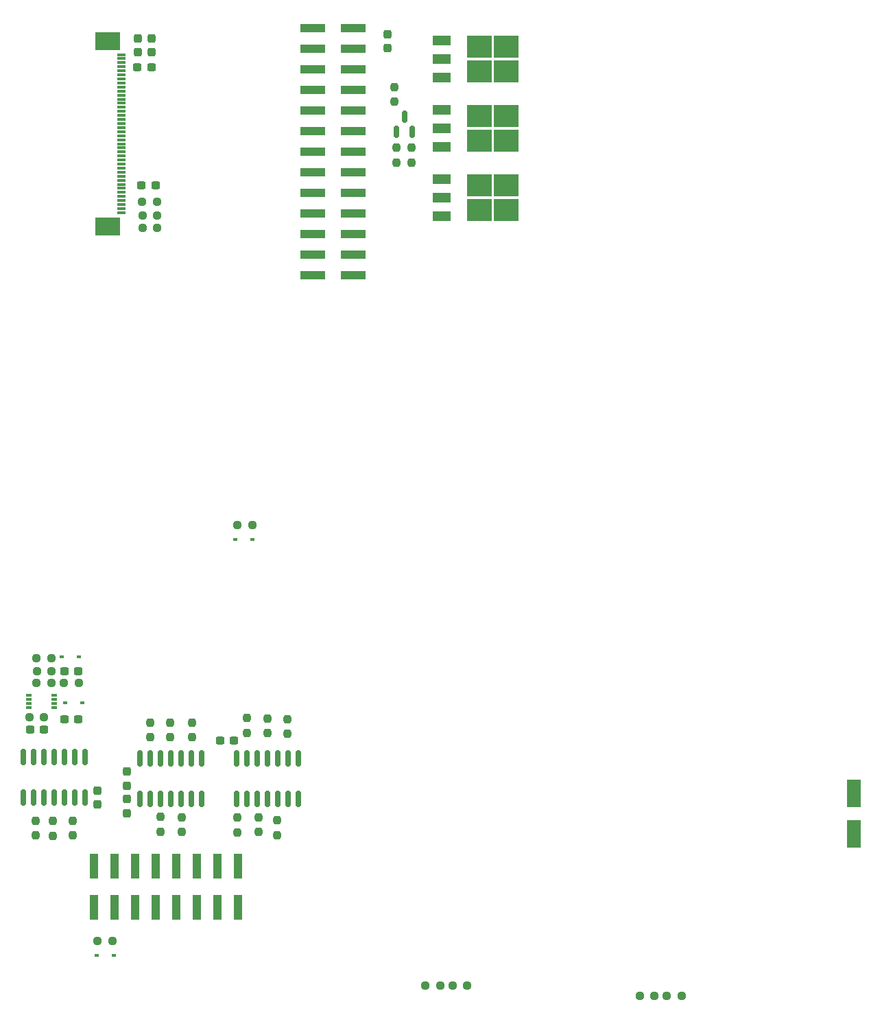
<source format=gtp>
%TF.GenerationSoftware,KiCad,Pcbnew,(6.0.9)*%
%TF.CreationDate,2022-11-22T22:59:20+01:00*%
%TF.ProjectId,Testapparaat,54657374-6170-4706-9172-6161742e6b69,rev?*%
%TF.SameCoordinates,Original*%
%TF.FileFunction,Paste,Top*%
%TF.FilePolarity,Positive*%
%FSLAX46Y46*%
G04 Gerber Fmt 4.6, Leading zero omitted, Abs format (unit mm)*
G04 Created by KiCad (PCBNEW (6.0.9)) date 2022-11-22 22:59:20*
%MOMM*%
%LPD*%
G01*
G04 APERTURE LIST*
G04 Aperture macros list*
%AMRoundRect*
0 Rectangle with rounded corners*
0 $1 Rounding radius*
0 $2 $3 $4 $5 $6 $7 $8 $9 X,Y pos of 4 corners*
0 Add a 4 corners polygon primitive as box body*
4,1,4,$2,$3,$4,$5,$6,$7,$8,$9,$2,$3,0*
0 Add four circle primitives for the rounded corners*
1,1,$1+$1,$2,$3*
1,1,$1+$1,$4,$5*
1,1,$1+$1,$6,$7*
1,1,$1+$1,$8,$9*
0 Add four rect primitives between the rounded corners*
20,1,$1+$1,$2,$3,$4,$5,0*
20,1,$1+$1,$4,$5,$6,$7,0*
20,1,$1+$1,$6,$7,$8,$9,0*
20,1,$1+$1,$8,$9,$2,$3,0*%
G04 Aperture macros list end*
%ADD10RoundRect,0.237500X0.237500X-0.250000X0.237500X0.250000X-0.237500X0.250000X-0.237500X-0.250000X0*%
%ADD11RoundRect,0.237500X-0.237500X0.250000X-0.237500X-0.250000X0.237500X-0.250000X0.237500X0.250000X0*%
%ADD12RoundRect,0.237500X0.237500X-0.300000X0.237500X0.300000X-0.237500X0.300000X-0.237500X-0.300000X0*%
%ADD13RoundRect,0.237500X-0.300000X-0.237500X0.300000X-0.237500X0.300000X0.237500X-0.300000X0.237500X0*%
%ADD14R,3.150000X1.000000*%
%ADD15RoundRect,0.237500X-0.237500X0.300000X-0.237500X-0.300000X0.237500X-0.300000X0.237500X0.300000X0*%
%ADD16RoundRect,0.237500X0.250000X0.237500X-0.250000X0.237500X-0.250000X-0.237500X0.250000X-0.237500X0*%
%ADD17RoundRect,0.150000X0.150000X-0.587500X0.150000X0.587500X-0.150000X0.587500X-0.150000X-0.587500X0*%
%ADD18RoundRect,0.237500X-0.250000X-0.237500X0.250000X-0.237500X0.250000X0.237500X-0.250000X0.237500X0*%
%ADD19RoundRect,0.237500X0.300000X0.237500X-0.300000X0.237500X-0.300000X-0.237500X0.300000X-0.237500X0*%
%ADD20R,3.050000X2.750000*%
%ADD21R,2.200000X1.200000*%
%ADD22R,0.600000X0.450000*%
%ADD23RoundRect,0.150000X-0.150000X0.825000X-0.150000X-0.825000X0.150000X-0.825000X0.150000X0.825000X0*%
%ADD24RoundRect,0.150000X0.150000X-0.825000X0.150000X0.825000X-0.150000X0.825000X-0.150000X-0.825000X0*%
%ADD25R,1.100000X0.300000*%
%ADD26R,3.100000X2.300000*%
%ADD27R,1.000000X3.150000*%
%ADD28R,1.800000X3.500000*%
%ADD29R,0.800000X0.300000*%
G04 APERTURE END LIST*
D10*
%TO.C,R16*%
X126572000Y-134023000D03*
X126572000Y-132198000D03*
%TD*%
%TO.C,R23*%
X136047000Y-134113000D03*
X136047000Y-132288000D03*
%TD*%
D11*
%TO.C,R2*%
X130472000Y-120550500D03*
X130472000Y-122375500D03*
%TD*%
D12*
%TO.C,C21*%
X122447000Y-131725500D03*
X122447000Y-130000500D03*
%TD*%
D13*
%TO.C,C5*%
X114747000Y-114200500D03*
X116472000Y-114200500D03*
%TD*%
D14*
%TO.C,J11*%
X145365000Y-34910500D03*
X150415000Y-34910500D03*
X145365000Y-37450500D03*
X150415000Y-37450500D03*
X145365000Y-39990500D03*
X150415000Y-39990500D03*
X145365000Y-42530500D03*
X150415000Y-42530500D03*
X145365000Y-45070500D03*
X150415000Y-45070500D03*
X145365000Y-47610500D03*
X150415000Y-47610500D03*
X145365000Y-50150500D03*
X150415000Y-50150500D03*
X145365000Y-52690500D03*
X150415000Y-52690500D03*
X145365000Y-55230500D03*
X150415000Y-55230500D03*
X145365000Y-57770500D03*
X150415000Y-57770500D03*
X145365000Y-60310500D03*
X150415000Y-60310500D03*
X145365000Y-62850500D03*
X150415000Y-62850500D03*
X145365000Y-65390500D03*
X150415000Y-65390500D03*
%TD*%
D11*
%TO.C,R25*%
X137247000Y-120000500D03*
X137247000Y-121825500D03*
%TD*%
D15*
%TO.C,C19*%
X125522000Y-36150500D03*
X125522000Y-37875500D03*
%TD*%
D16*
%TO.C,R42*%
X120672000Y-147550500D03*
X118847000Y-147550500D03*
%TD*%
D17*
%TO.C,Q3*%
X155759500Y-47673000D03*
X157659500Y-47673000D03*
X156709500Y-45798000D03*
%TD*%
D18*
%TO.C,R29*%
X111334500Y-114200500D03*
X113159500Y-114200500D03*
%TD*%
D10*
%TO.C,R17*%
X129247000Y-134088000D03*
X129247000Y-132263000D03*
%TD*%
D18*
%TO.C,R33*%
X136122000Y-96200500D03*
X137947000Y-96200500D03*
%TD*%
D10*
%TO.C,R26*%
X111197000Y-134513000D03*
X111197000Y-132688000D03*
%TD*%
D11*
%TO.C,R14*%
X127822000Y-120550500D03*
X127822000Y-122375500D03*
%TD*%
D13*
%TO.C,C13*%
X123747000Y-39700500D03*
X125472000Y-39700500D03*
%TD*%
D18*
%TO.C,R35*%
X110422000Y-119950500D03*
X112247000Y-119950500D03*
%TD*%
D19*
%TO.C,C18*%
X125972000Y-54300500D03*
X124247000Y-54300500D03*
%TD*%
D11*
%TO.C,R22*%
X139797000Y-120038000D03*
X139797000Y-121863000D03*
%TD*%
D16*
%TO.C,R9*%
X164492000Y-153000500D03*
X162667000Y-153000500D03*
%TD*%
D10*
%TO.C,R30*%
X155717000Y-51458000D03*
X155717000Y-49633000D03*
%TD*%
%TO.C,R31*%
X157622000Y-51458000D03*
X157622000Y-49633000D03*
%TD*%
D12*
%TO.C,C20*%
X123772000Y-37900500D03*
X123772000Y-36175500D03*
%TD*%
D10*
%TO.C,R21*%
X140997000Y-134450500D03*
X140997000Y-132625500D03*
%TD*%
%TO.C,R32*%
X155447000Y-43975500D03*
X155447000Y-42150500D03*
%TD*%
D12*
%TO.C,C22*%
X154622000Y-37350500D03*
X154622000Y-35625500D03*
%TD*%
D16*
%TO.C,R43*%
X113109500Y-112650500D03*
X111284500Y-112650500D03*
%TD*%
D20*
%TO.C,Q6*%
X169317000Y-45730500D03*
X165967000Y-45730500D03*
X165967000Y-48780500D03*
X169317000Y-48780500D03*
D21*
X161342000Y-44975500D03*
X161342000Y-47255500D03*
X161342000Y-49535500D03*
%TD*%
D15*
%TO.C,C10*%
X122447000Y-126638000D03*
X122447000Y-128363000D03*
%TD*%
D10*
%TO.C,R24*%
X138697000Y-134063000D03*
X138697000Y-132238000D03*
%TD*%
D18*
%TO.C,R12*%
X124377000Y-57980500D03*
X126202000Y-57980500D03*
%TD*%
D11*
%TO.C,R15*%
X125372000Y-120575500D03*
X125372000Y-122400500D03*
%TD*%
D16*
%TO.C,R10*%
X161134500Y-153000500D03*
X159309500Y-153000500D03*
%TD*%
D22*
%TO.C,D5*%
X118747000Y-149300500D03*
X120847000Y-149300500D03*
%TD*%
D20*
%TO.C,Q5*%
X169317000Y-37200500D03*
X165967000Y-37200500D03*
X165967000Y-40250500D03*
X169317000Y-40250500D03*
D21*
X161342000Y-36445500D03*
X161342000Y-38725500D03*
X161342000Y-41005500D03*
%TD*%
D22*
%TO.C,D7*%
X114837000Y-118110500D03*
X116937000Y-118110500D03*
%TD*%
D10*
%TO.C,R27*%
X113347000Y-134550500D03*
X113347000Y-132725500D03*
%TD*%
D16*
%TO.C,R8*%
X187592000Y-154270500D03*
X185767000Y-154270500D03*
%TD*%
D11*
%TO.C,R18*%
X142247000Y-120125500D03*
X142247000Y-121950500D03*
%TD*%
D10*
%TO.C,R28*%
X115747000Y-134513000D03*
X115747000Y-132688000D03*
%TD*%
D23*
%TO.C,U9*%
X117307000Y-124825500D03*
X116037000Y-124825500D03*
X114767000Y-124825500D03*
X113497000Y-124825500D03*
X112227000Y-124825500D03*
X110957000Y-124825500D03*
X109687000Y-124825500D03*
X109687000Y-129775500D03*
X110957000Y-129775500D03*
X112227000Y-129775500D03*
X113497000Y-129775500D03*
X114767000Y-129775500D03*
X116037000Y-129775500D03*
X117307000Y-129775500D03*
%TD*%
D18*
%TO.C,R34*%
X111297000Y-115700500D03*
X113122000Y-115700500D03*
%TD*%
D22*
%TO.C,D6*%
X116547000Y-112450500D03*
X114447000Y-112450500D03*
%TD*%
D19*
%TO.C,C11*%
X135659500Y-122800500D03*
X133934500Y-122800500D03*
%TD*%
D24*
%TO.C,U8*%
X135987000Y-129975500D03*
X137257000Y-129975500D03*
X138527000Y-129975500D03*
X139797000Y-129975500D03*
X141067000Y-129975500D03*
X142337000Y-129975500D03*
X143607000Y-129975500D03*
X143607000Y-125025500D03*
X142337000Y-125025500D03*
X141067000Y-125025500D03*
X139797000Y-125025500D03*
X138527000Y-125025500D03*
X137257000Y-125025500D03*
X135987000Y-125025500D03*
%TD*%
D25*
%TO.C,J5*%
X121747000Y-38170500D03*
X121747000Y-38670500D03*
X121747000Y-39170500D03*
X121747000Y-39670500D03*
X121747000Y-40170500D03*
X121747000Y-40670500D03*
X121747000Y-41170500D03*
X121747000Y-41670500D03*
X121747000Y-42170500D03*
X121747000Y-42670500D03*
X121747000Y-43170500D03*
X121747000Y-43670500D03*
X121747000Y-44170500D03*
X121747000Y-44670500D03*
X121747000Y-45170500D03*
X121747000Y-45670500D03*
X121747000Y-46170500D03*
X121747000Y-46670500D03*
X121747000Y-47170500D03*
X121747000Y-47670500D03*
X121747000Y-48170500D03*
X121747000Y-48670500D03*
X121747000Y-49170500D03*
X121747000Y-49670500D03*
X121747000Y-50170500D03*
X121747000Y-50670500D03*
X121747000Y-51170500D03*
X121747000Y-51670500D03*
X121747000Y-52170500D03*
X121747000Y-52670500D03*
X121747000Y-53170500D03*
X121747000Y-53670500D03*
X121747000Y-54170500D03*
X121747000Y-54670500D03*
X121747000Y-55170500D03*
X121747000Y-55670500D03*
X121747000Y-56170500D03*
X121747000Y-56670500D03*
X121747000Y-57170500D03*
X121747000Y-57670500D03*
D26*
X120047000Y-59340500D03*
X120047000Y-36500500D03*
%TD*%
D27*
%TO.C,J13*%
X136187000Y-138275500D03*
X136187000Y-143325500D03*
X133647000Y-138275500D03*
X133647000Y-143325500D03*
X131107000Y-138275500D03*
X131107000Y-143325500D03*
X128567000Y-138275500D03*
X128567000Y-143325500D03*
X126027000Y-138275500D03*
X126027000Y-143325500D03*
X123487000Y-138275500D03*
X123487000Y-143325500D03*
X120947000Y-138275500D03*
X120947000Y-143325500D03*
X118407000Y-138275500D03*
X118407000Y-143325500D03*
%TD*%
D28*
%TO.C,D4*%
X212217000Y-129300500D03*
X212217000Y-134300500D03*
%TD*%
D18*
%TO.C,R11*%
X124359500Y-56350500D03*
X126184500Y-56350500D03*
%TD*%
D13*
%TO.C,C7*%
X114722000Y-120200500D03*
X116447000Y-120200500D03*
%TD*%
D29*
%TO.C,U12*%
X113447000Y-118700500D03*
X113447000Y-118200500D03*
X113447000Y-117700500D03*
X113447000Y-117200500D03*
X110347000Y-117200500D03*
X110347000Y-117700500D03*
X110347000Y-118200500D03*
X110347000Y-118700500D03*
%TD*%
D24*
%TO.C,U6*%
X124037000Y-129975500D03*
X125307000Y-129975500D03*
X126577000Y-129975500D03*
X127847000Y-129975500D03*
X129117000Y-129975500D03*
X130387000Y-129975500D03*
X131657000Y-129975500D03*
X131657000Y-125025500D03*
X130387000Y-125025500D03*
X129117000Y-125025500D03*
X127847000Y-125025500D03*
X126577000Y-125025500D03*
X125307000Y-125025500D03*
X124037000Y-125025500D03*
%TD*%
D16*
%TO.C,R7*%
X190952000Y-154270500D03*
X189127000Y-154270500D03*
%TD*%
D19*
%TO.C,C4*%
X112247000Y-121450500D03*
X110522000Y-121450500D03*
%TD*%
D18*
%TO.C,R13*%
X124387000Y-59570500D03*
X126212000Y-59570500D03*
%TD*%
D20*
%TO.C,Q4*%
X169297000Y-54300500D03*
X169297000Y-57350500D03*
X165947000Y-57350500D03*
X165947000Y-54300500D03*
D21*
X161322000Y-53545500D03*
X161322000Y-55825500D03*
X161322000Y-58105500D03*
%TD*%
D16*
%TO.C,R44*%
X116522000Y-115700500D03*
X114697000Y-115700500D03*
%TD*%
D15*
%TO.C,C15*%
X118847000Y-128950500D03*
X118847000Y-130675500D03*
%TD*%
D22*
%TO.C,D3*%
X137947000Y-97950500D03*
X135847000Y-97950500D03*
%TD*%
M02*

</source>
